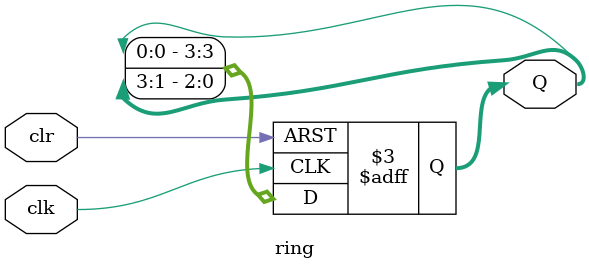
<source format=v>
`timescale 1ns / 1ps

module ring(clk,clr,Q);
	input clk;
	input clr;
    output [3:0] Q;
    reg [3:0] Q;

    always @(posedge clk or posedge clr)
	    begin
	      if(clr==1)
		      Q<=1;
	      else begin
		      Q[3] <= Q[0];
		      Q[2:0] <= Q[3:1];
		  end
    end
endmodule
</source>
